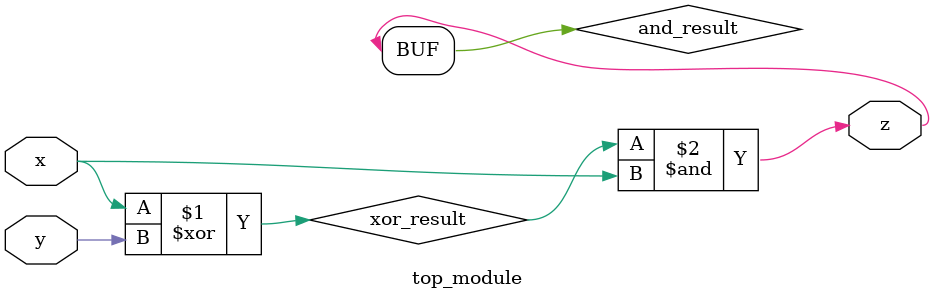
<source format=sv>
module top_module(
	input x,
	input y,
	output z);

	// Use an internal wire to hold the result of (x^y)
	wire xor_result;
	assign xor_result = x ^ y;

	// Use another wire to hold the final result of (xor_result & x)
	wire and_result;
	assign and_result = xor_result & x;

	// Assign the final result to the output port
	assign z = and_result;

endmodule

</source>
